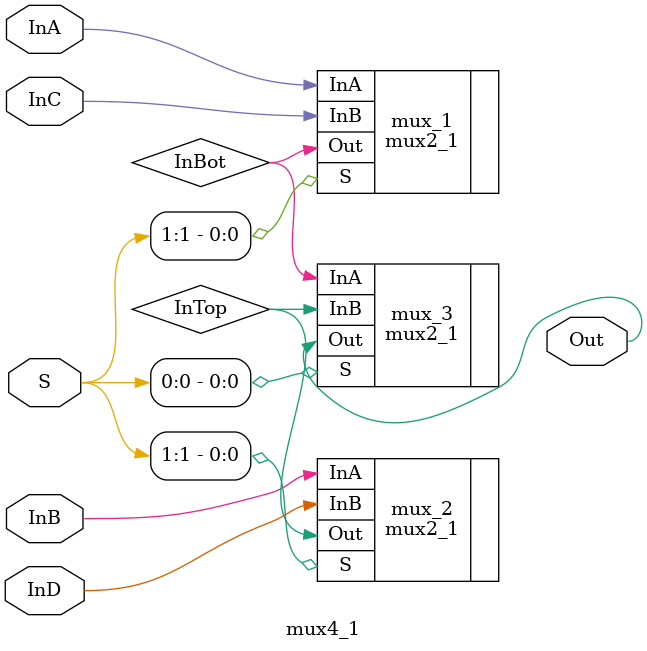
<source format=v>
/*
    CS/ECE 552 Spring '19
    Homework #3, Problem 1

    4-1 mux template
*/
module mux4_1(InA, InB, InC, InD, S, Out);
    input        InA, InB, InC, InD;
    input [1:0]  S;
    output       Out;
    wire	 InTop,InBot;
    
    mux2_1 mux_1(.InA(InA), .InB(InC), .S(S[1]), .Out(InBot));
    mux2_1 mux_2(.InA(InB), .InB(InD), .S(S[1]), .Out(InTop));

    mux2_1 mux_3(.InA(InBot), .InB(InTop), .S(S[0]), .Out(Out));

endmodule

</source>
